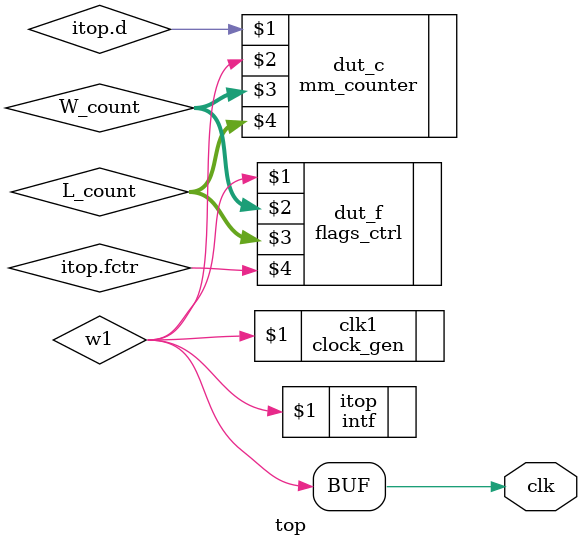
<source format=sv>
/*
		bism-allah
	multi-mode counter
	specs:
	count up and down by ones and by twos
	
	Control Value 		Function 
	00 					Count up by 1’s
	01 					Count up by 2’s 
	10 					Count down by 1’s 
	11 					Count down by 2’s
	
	Have an initial value input 
	and a control signal called INIT

	When INIT is logic 1,
	parallelly load that initial value into the multi-mode counter
	
	Whenever count is equal to all zeros, set a signal called LOSER high. 
	When the count is all ones, set a signal called WINNER high.

	In either case, the set signal should remain high for only one cycle.
	
	With a pair of plain binary counters, 
	count the number of times WINNER and LOSER goes high. 
	
	When one of them reaches 15, set an output called GAMEOVER high. 
	
	If the game is over because LOSER got to 15 first, 
	set a two-bit output called WHO to 2’b01. 
	
	If the game is over because WINNER got to 15 first, 
	set WHO to 2’b10. 
	
	WHO should start at 2’b00 and return to it after each game over.
 
	Then synchronously clear all the counters and start over. The game never ends.

	some corner cases that needed assumptions in the design:
	- the reset value of count needs to be middle value
	  because the all zeros means loser and
	  all ones means winner 
	   assume the game starts at 7 after reset
	   otherwise the initial value can be used

*/

module top (output clk);
	
	logic w1;
	logic [3:0] count,W_count,L_count;
	assign clk = w1;
	clock_gen clk1 (w1);
	intf itop (w1);
//	arst_load_tb tb1 (itop.tb);
//	count_tb tb2 (itop.tb);
	end_tb tb3 (itop.tb);
	mm_counter dut_c (itop.d,w1,W_count,L_count);
	flags_ctrl dut_f (w1,W_count,L_count,itop.fctr);
	
	initial begin
	   $dumpfile ("wave.vcd");
	   $dumpvars;
	end
	
endmodule
</source>
